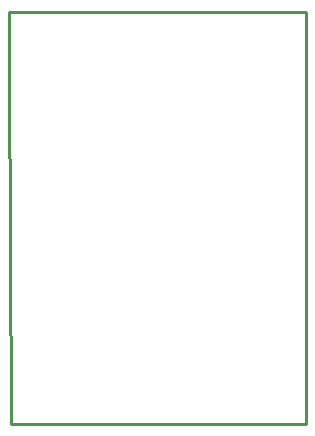
<source format=gko>
G04 Layer: BoardOutlineLayer*
G04 EasyEDA v6.5.44, 2024-08-04 19:31:39*
G04 8096e950b96f4993ae864095ad5b81d7,d882a8cb847549dbb05e31b2b695811d,10*
G04 Gerber Generator version 0.2*
G04 Scale: 100 percent, Rotated: No, Reflected: No *
G04 Dimensions in inches *
G04 leading zeros omitted , absolute positions ,3 integer and 6 decimal *
%FSLAX36Y36*%
%MOIN*%

%ADD10C,0.0100*%
D10*
X300000Y3250000D02*
G01*
X300000Y3440000D01*
X1290000Y3440000D01*
X1290000Y2065000D01*
X305000Y2065000D01*
X300000Y3250000D01*

%LPD*%
M02*

</source>
